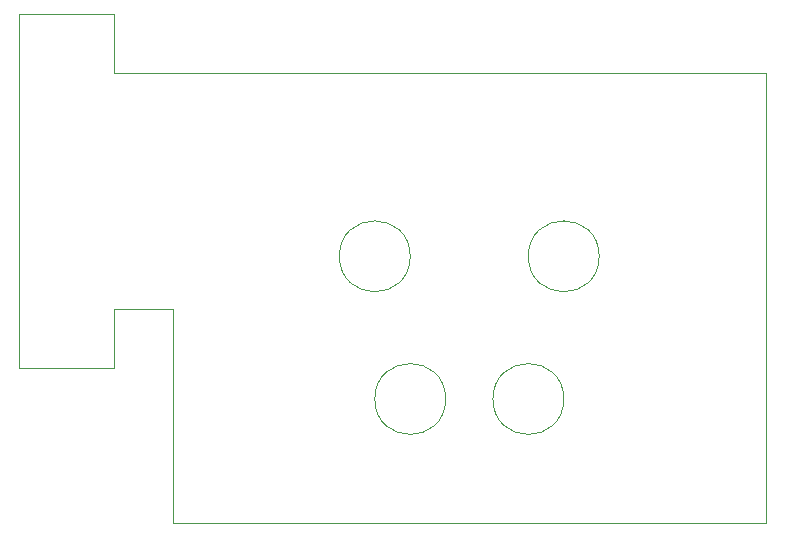
<source format=gbr>
%TF.GenerationSoftware,KiCad,Pcbnew,5.1.6-c6e7f7d~87~ubuntu20.04.1*%
%TF.CreationDate,2022-02-26T19:36:22+01:00*%
%TF.ProjectId,pick_n_place_head,7069636b-5f6e-45f7-906c-6163655f6865,rev?*%
%TF.SameCoordinates,PX5f36538PY5a45498*%
%TF.FileFunction,Profile,NP*%
%FSLAX46Y46*%
G04 Gerber Fmt 4.6, Leading zero omitted, Abs format (unit mm)*
G04 Created by KiCad (PCBNEW 5.1.6-c6e7f7d~87~ubuntu20.04.1) date 2022-02-26 19:36:22*
%MOMM*%
%LPD*%
G01*
G04 APERTURE LIST*
%TA.AperFunction,Profile*%
%ADD10C,0.100000*%
%TD*%
G04 APERTURE END LIST*
D10*
X33262760Y7025640D02*
G75*
G03*
X33262760Y7025640I-3000000J0D01*
G01*
X23262760Y7025640D02*
G75*
G03*
X23262760Y7025640I-3000000J0D01*
G01*
X36262760Y19105640D02*
G75*
G03*
X36262760Y19105640I-3000000J0D01*
G01*
X20262760Y19105640D02*
G75*
G03*
X20262760Y19105640I-3000000J0D01*
G01*
X-4837240Y34655640D02*
X-4837240Y39655640D01*
X-12837240Y39655640D02*
X-4837240Y39655640D01*
X-12837240Y9655640D02*
X-12837240Y39655640D01*
X-4837240Y9655640D02*
X-12837240Y9655640D01*
X-4837240Y14655640D02*
X-4837240Y9655640D01*
X162760Y34655640D02*
X-4837240Y34655640D01*
X162760Y14655640D02*
X-4837240Y14655640D01*
X162760Y-3444360D02*
X162760Y14655640D01*
X50362760Y-3444360D02*
X162760Y-3444360D01*
X50362760Y34655640D02*
X50362760Y-3444360D01*
X162760Y34655640D02*
X50362760Y34655640D01*
M02*

</source>
